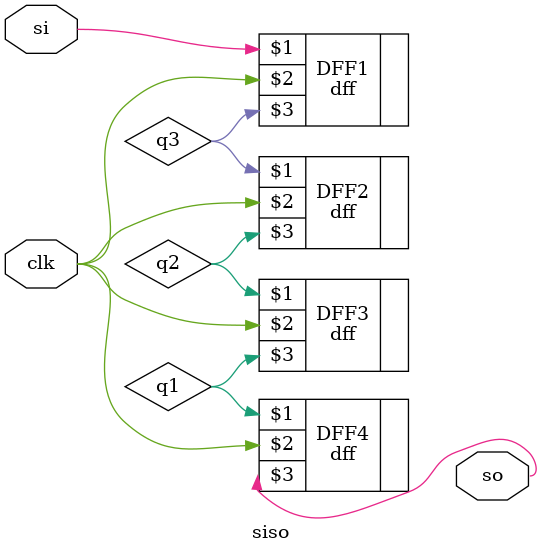
<source format=v>
module siso(input si,clk,output so);

wire q3,q2,q1;

dff DFF1(si,clk,q3);
dff DFF2(q3,clk,q2);
dff DFF3(q2,clk,q1);
dff DFF4(q1,clk,so);

endmodule

</source>
